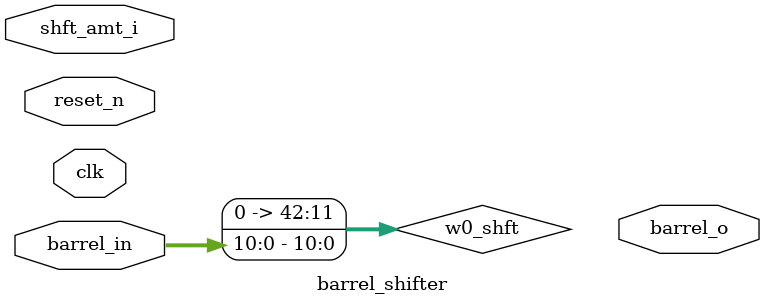
<source format=v>
module barrel_shifter (
	input				clk,
	input 				reset_n,
	input		[4:0]	shft_amt_i,
	input 		[10:0]	barrel_in,
	output		[42:0]	barrel_o
	);

	localparam WIDTH = 43;
	genvar                         i;

	// wire declaration levels
	wire 		[WIDTH -1 :0] w0_shft;
	wire 		[WIDTH -1 :0] w1_shft;
	wire 		[WIDTH -1 :0] w2_shft;
	wire 		[WIDTH -1 :0] w3_shft;
	wire 		[WIDTH -1 :0] w4_shft;
	wire 		[WIDTH -1 :0] w5_shft;

	assign 	w0_shft = {32'b0, barrel_in};

	//level 1
    assign w1_shft[0] = shft_amt_i[0] ? 1'b0 : barrel_in[0];
    generate
        for(i = 1; i < WIDTH  ; i = i + 1)
        begin
            mux_2 level_1_mux(.in1_i(barrel_in[i]), .in2_i(barrel_in[i-1]), .sel_i(shft_amt_i[0]), .out_o(w1_shft[i]));
        end
    endgenerate
    //end level 1  


    //level 2
        assign w2_shft[0] = shft_amt_i[0] ? 1'b0 : w1_shft[0];
        assign w2_shft[1] = shft_amt_i[0] ? 1'b0 : w1_shft[1];
        
        generate
            for(i = 2; i < WIDTH ; i = i + 1)
            begin
                mux_2 level_2_mux(.in1_i(w1_shft[i]), .in2_i(w1_shft[i-2]), .sel_i(shft_amt_i[1]), .out_o(w2_shft[i]));
            end
        endgenerate
    //end level 2


    //level 3
        assign w3_shft[0] = shft_amt_i[0] ? 1'b0 :w2_shft[0];
        assign w3_shft[1] = shft_amt_i[0] ? 1'b0 :w2_shft[1];
        assign w3_shft[2] = shft_amt_i[0] ? 1'b0 :w2_shft[2];
        assign w3_shft[3] = shft_amt_i[0] ? 1'b0 :w2_shft[3];
        generate
            for(i = 4; i < WIDTH ; i = i + 1)
            begin
                mux_2 level_3_mux(.in1_i(w2_shft[i]),.in2_i(w2_shft[i-4]),.sel_i(shft_amt_i[2]),.out_o(w3_shft[i]));
            end
        endgenerate
    
    //end level 3

    // level 4
        assign w4_shft[0] = shft_amt_i[0] ? 1'b0 :w3_shft[0];
        assign w4_shft[1] = shft_amt_i[0] ? 1'b0 :w3_shft[1];
        assign w4_shft[2] = shft_amt_i[0] ? 1'b0 :w3_shft[2];
        assign w4_shft[3] = shft_amt_i[0] ? 1'b0 :w3_shft[3];
        assign w4_shft[4] = shft_amt_i[0] ? 1'b0 :w3_shft[4];
        assign w4_shft[5] = shft_amt_i[0] ? 1'b0 :w3_shft[5];
        assign w4_shft[6] = shft_amt_i[0] ? 1'b0 :w3_shft[6];
        assign w4_shft[7] = shft_amt_i[0] ? 1'b0 :w3_shft[7];
        
        generate
            for(i = 8; i < WIDTH ; i = i + 1)
            begin
                mux_2 level_4_mux(.in1_i(w3_shft[i]),.in2_i(w3_shft[i-8]),.sel_i(shft_amt_i[3]),.out_o(w4_shft[i]));
            end
        endgenerate
    //end level 4


    // level 5
        assign w5_shft[0]   = shft_amt_i[0] ? 1'b0 : w4_shft[0];
        assign w5_shft[1]   = shft_amt_i[0] ? 1'b0 : w4_shft[1];
        assign w5_shft[2]   = shft_amt_i[0] ? 1'b0 : w4_shft[2];
        assign w5_shft[3]   = shft_amt_i[0] ? 1'b0 : w4_shft[3];
        assign w5_shft[4]   = shft_amt_i[0] ? 1'b0 : w4_shft[4];
        assign w5_shft[5]   = shft_amt_i[0] ? 1'b0 : w4_shft[5];
        assign w5_shft[6]   = shft_amt_i[0] ? 1'b0 : w4_shft[6];
        assign w5_shft[7]   = shft_amt_i[0] ? 1'b0 : w4_shft[7];
        assign w5_shft[8]   = shft_amt_i[0] ? 1'b0 : w4_shft[8];
        assign w5_shft[9]   = shft_amt_i[0] ? 1'b0 : w4_shft[9];
        assign w5_shft[10]  = shft_amt_i[0] ? 1'b0 : w4_shft[10];
        assign w5_shft[11]  = shft_amt_i[0] ? 1'b0 : w4_shft[11];
        assign w5_shft[12]  = shft_amt_i[0] ? 1'b0 : w4_shft[12];
        assign w5_shft[13]  = shft_amt_i[0] ? 1'b0 : w4_shft[13];
        assign w5_shft[14]  = shft_amt_i[0] ? 1'b0 : w4_shft[14];
        assign w5_shft[15]  = shft_amt_i[0] ? 1'b0 : w4_shft[15];
        
        generate
            for(i = 16; i < WIDTH ; i = i + 1)
            begin
                mux_2 level_4_mux(.in1_i(w4_shft[i]),.in2_i(w4_shft[i-16]),.sel_i(shft_amt_i[4]),.out_o(w5_shft[i]));
            end
        endgenerate
    // end level 5

endmodule // barrel_shifter
</source>
